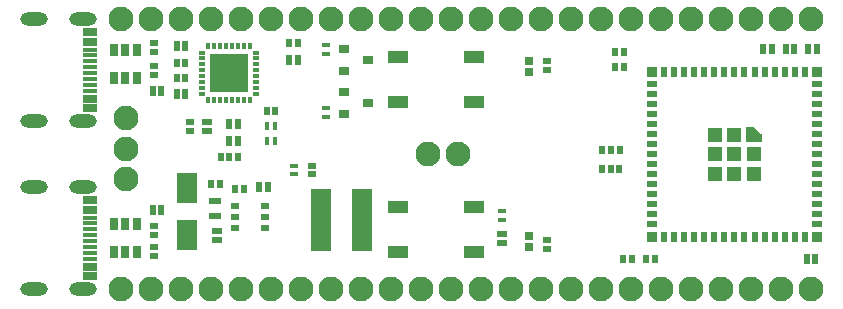
<source format=gts>
G04*
G04 #@! TF.GenerationSoftware,Altium Limited,Altium Designer,24.8.2 (39)*
G04*
G04 Layer_Color=8388736*
%FSLAX25Y25*%
%MOIN*%
G70*
G04*
G04 #@! TF.SameCoordinates,F7F922D7-4A05-4516-83E6-AC950D0B5F56*
G04*
G04*
G04 #@! TF.FilePolarity,Negative*
G04*
G01*
G75*
%ADD39R,0.01975X0.02762*%
%ADD40R,0.01581X0.02172*%
%ADD41R,0.01541X0.02132*%
%ADD42R,0.02132X0.01541*%
%ADD43R,0.02172X0.01581*%
%ADD44R,0.02152X0.01561*%
%ADD45R,0.01561X0.02152*%
%ADD46R,0.12998X0.12998*%
%ADD47R,0.03156X0.02762*%
%ADD48R,0.01975X0.03550*%
%ADD49R,0.01817X0.02762*%
%ADD50R,0.02762X0.01817*%
%ADD51R,0.07093X0.10243*%
%ADD52R,0.02762X0.02368*%
%ADD53R,0.02762X0.01975*%
%ADD54R,0.03550X0.01975*%
%ADD55R,0.07093X0.20872*%
%ADD56R,0.01975X0.03550*%
%ADD57R,0.03550X0.02762*%
%ADD58R,0.05028X0.01673*%
%ADD59R,0.03550X0.03550*%
%ADD60R,0.05124X0.05124*%
%ADD61R,0.05124X0.05124*%
%ADD62R,0.06699X0.04337*%
%ADD63R,0.03156X0.04337*%
%ADD64R,0.05028X0.02823*%
%ADD65R,0.04337X0.02368*%
%ADD66C,0.08274*%
%ADD67O,0.09161X0.04437*%
G36*
X246038Y59055D02*
X246076Y59044D01*
X246111Y59025D01*
X246141Y59000D01*
X248503Y56638D01*
X248528Y56608D01*
X248547Y56573D01*
X248558Y56535D01*
X248562Y56496D01*
Y54134D01*
X248558Y54095D01*
X248547Y54057D01*
X248528Y54022D01*
X248503Y53992D01*
X248473Y53967D01*
X248438Y53948D01*
X248400Y53937D01*
X248361Y53933D01*
X243637D01*
X243598Y53937D01*
X243560Y53948D01*
X243525Y53967D01*
X243495Y53992D01*
X243470Y54022D01*
X243451Y54057D01*
X243440Y54095D01*
X243436Y54134D01*
Y58858D01*
X243440Y58898D01*
X243451Y58935D01*
X243470Y58970D01*
X243495Y59000D01*
X243525Y59025D01*
X243560Y59044D01*
X243598Y59055D01*
X243637Y59059D01*
X245999D01*
X246038Y59055D01*
D02*
G37*
D39*
X53547Y75500D02*
D03*
X56500D02*
D03*
X53547Y80500D02*
D03*
X56500D02*
D03*
X195300Y51300D02*
D03*
X198253D02*
D03*
X201205D02*
D03*
X198253D02*
D03*
X201176Y45200D02*
D03*
X198224D02*
D03*
X195271D02*
D03*
X198224D02*
D03*
X90949Y86945D02*
D03*
X93902D02*
D03*
X74100Y49000D02*
D03*
X71147D02*
D03*
X68195D02*
D03*
X71147D02*
D03*
X76000Y38500D02*
D03*
X67976Y40000D02*
D03*
X83524Y64500D02*
D03*
X205453Y15000D02*
D03*
X212953D02*
D03*
X210000D02*
D03*
X202500D02*
D03*
X202624Y79000D02*
D03*
X202600Y84000D02*
D03*
X73047Y38500D02*
D03*
X199647Y84000D02*
D03*
X199671Y79000D02*
D03*
X65024Y40000D02*
D03*
X86476Y64500D02*
D03*
D40*
X71984Y68024D02*
D03*
X75921D02*
D03*
X73953Y85937D02*
D03*
X70016D02*
D03*
X68047D02*
D03*
X66079D02*
D03*
X68047Y68024D02*
D03*
X70016D02*
D03*
X71984Y85937D02*
D03*
X66079Y68024D02*
D03*
X73953D02*
D03*
X75921Y85937D02*
D03*
D41*
X64110D02*
D03*
X77890D02*
D03*
D42*
X62063Y83890D02*
D03*
X79937D02*
D03*
D43*
X62063Y81921D02*
D03*
Y77984D02*
D03*
Y76016D02*
D03*
X79937Y74047D02*
D03*
Y76016D02*
D03*
Y77984D02*
D03*
Y81921D02*
D03*
X62063Y72079D02*
D03*
Y74047D02*
D03*
X79937Y72079D02*
D03*
Y79953D02*
D03*
X62063D02*
D03*
D44*
X79937Y70110D02*
D03*
X62063D02*
D03*
D45*
X64110Y68024D02*
D03*
X77890D02*
D03*
D46*
X71000Y77000D02*
D03*
D47*
X171000Y19000D02*
D03*
Y22740D02*
D03*
Y77260D02*
D03*
Y81000D02*
D03*
D48*
X266476Y15000D02*
D03*
X263524D02*
D03*
X91037Y81345D02*
D03*
X93990D02*
D03*
X71100Y60000D02*
D03*
X74053D02*
D03*
X71124Y54476D02*
D03*
X74076D02*
D03*
X266953Y85000D02*
D03*
X249024D02*
D03*
X259476D02*
D03*
X53524Y86000D02*
D03*
X48476Y71000D02*
D03*
X53547Y70000D02*
D03*
X81000Y39000D02*
D03*
X48476Y31500D02*
D03*
X56476Y86000D02*
D03*
X45524Y31500D02*
D03*
Y71000D02*
D03*
X264000Y85000D02*
D03*
X256524D02*
D03*
X251976D02*
D03*
X56500Y70000D02*
D03*
X83953Y39000D02*
D03*
D49*
X83547Y54500D02*
D03*
X86500D02*
D03*
X86476Y59500D02*
D03*
X83524D02*
D03*
D50*
X162000Y30976D02*
D03*
Y28024D02*
D03*
X103500Y62524D02*
D03*
Y65476D02*
D03*
Y83524D02*
D03*
Y86476D02*
D03*
X92700Y43247D02*
D03*
Y46200D02*
D03*
D51*
X57000Y38874D02*
D03*
Y23126D02*
D03*
D52*
X82921Y32740D02*
D03*
X73079D02*
D03*
X82921Y25260D02*
D03*
X73079D02*
D03*
X82921Y29000D02*
D03*
X73079D02*
D03*
D53*
X98700Y43247D02*
D03*
X46000Y18976D02*
D03*
Y25976D02*
D03*
Y79476D02*
D03*
Y86976D02*
D03*
X177000Y21476D02*
D03*
Y80976D02*
D03*
X58100Y60776D02*
D03*
X46000Y76524D02*
D03*
Y84024D02*
D03*
X98700Y46200D02*
D03*
X46000Y23024D02*
D03*
Y16024D02*
D03*
X177000Y78024D02*
D03*
Y18524D02*
D03*
X58100Y57824D02*
D03*
D54*
X67000Y21524D02*
D03*
Y24476D02*
D03*
X63600Y60753D02*
D03*
X211944Y26575D02*
D03*
Y36614D02*
D03*
Y29921D02*
D03*
Y33268D02*
D03*
Y39961D02*
D03*
Y43307D02*
D03*
Y53347D02*
D03*
Y56693D02*
D03*
Y60039D02*
D03*
Y63386D02*
D03*
Y66732D02*
D03*
Y70079D02*
D03*
Y73425D02*
D03*
X267062D02*
D03*
Y70079D02*
D03*
Y63386D02*
D03*
Y60039D02*
D03*
Y66732D02*
D03*
Y53347D02*
D03*
Y56693D02*
D03*
Y33268D02*
D03*
Y50000D02*
D03*
Y46654D02*
D03*
Y39961D02*
D03*
Y36614D02*
D03*
Y43307D02*
D03*
Y29921D02*
D03*
Y26575D02*
D03*
X162000Y20524D02*
D03*
X63600Y57800D02*
D03*
X211944Y46654D02*
D03*
Y50000D02*
D03*
X162000Y23476D02*
D03*
D55*
X101710Y28100D02*
D03*
X115490D02*
D03*
D56*
X242849Y22441D02*
D03*
X246196D02*
D03*
X259582D02*
D03*
X249542D02*
D03*
X239503D02*
D03*
X236157D02*
D03*
X232810D02*
D03*
X229464D02*
D03*
X226117D02*
D03*
X222771D02*
D03*
X219424D02*
D03*
X216078D02*
D03*
Y77559D02*
D03*
X219424D02*
D03*
X222771D02*
D03*
X226117D02*
D03*
X229464D02*
D03*
X232810D02*
D03*
X236157D02*
D03*
X239503D02*
D03*
X242849D02*
D03*
X246196D02*
D03*
X249542D02*
D03*
X252889D02*
D03*
X262928D02*
D03*
X259582D02*
D03*
X256235Y22441D02*
D03*
X252889D02*
D03*
X262928D02*
D03*
X256235Y77559D02*
D03*
D57*
X109324Y63272D02*
D03*
Y85228D02*
D03*
Y70728D02*
D03*
Y77772D02*
D03*
X117276Y67012D02*
D03*
Y81512D02*
D03*
D58*
X24764Y15118D02*
D03*
Y26929D02*
D03*
Y71102D02*
D03*
Y82913D02*
D03*
Y22992D02*
D03*
Y19055D02*
D03*
Y21024D02*
D03*
Y24961D02*
D03*
Y78976D02*
D03*
Y75039D02*
D03*
Y77008D02*
D03*
Y80945D02*
D03*
Y73071D02*
D03*
Y84882D02*
D03*
Y17087D02*
D03*
Y28898D02*
D03*
D59*
X267062Y77559D02*
D03*
X211944D02*
D03*
X267062Y22441D02*
D03*
X211944D02*
D03*
D60*
X239503Y56496D02*
D03*
X233007D02*
D03*
X245999Y43504D02*
D03*
X239503Y50000D02*
D03*
X233007D02*
D03*
X239503Y43504D02*
D03*
X233007D02*
D03*
D61*
X245999Y50000D02*
D03*
D62*
X152598Y82480D02*
D03*
X127402D02*
D03*
Y32480D02*
D03*
X152598D02*
D03*
Y17520D02*
D03*
X127402D02*
D03*
X152598Y67520D02*
D03*
X127402D02*
D03*
D63*
X36500Y75276D02*
D03*
Y17276D02*
D03*
X40240Y26724D02*
D03*
X32760D02*
D03*
X40240Y84724D02*
D03*
X32760D02*
D03*
X36500Y26724D02*
D03*
Y84724D02*
D03*
X32760Y17276D02*
D03*
X40240D02*
D03*
X32760Y75276D02*
D03*
X40240D02*
D03*
D64*
X24764Y90591D02*
D03*
Y65394D02*
D03*
Y34606D02*
D03*
Y9409D02*
D03*
Y31457D02*
D03*
Y12559D02*
D03*
Y87441D02*
D03*
Y68543D02*
D03*
D65*
X66500Y34559D02*
D03*
Y29441D02*
D03*
D66*
X36800Y62072D02*
D03*
Y41600D02*
D03*
Y51836D02*
D03*
X205000Y5000D02*
D03*
X215000D02*
D03*
X55000D02*
D03*
X45000D02*
D03*
X235000D02*
D03*
X225000D02*
D03*
X195000D02*
D03*
X185000D02*
D03*
X175000D02*
D03*
X165000D02*
D03*
X155000D02*
D03*
X145000D02*
D03*
X135000D02*
D03*
X125000D02*
D03*
X115000D02*
D03*
X105000D02*
D03*
X95000D02*
D03*
X85000D02*
D03*
X65000Y95000D02*
D03*
X75000D02*
D03*
X85000D02*
D03*
X95000D02*
D03*
X105000D02*
D03*
X115000D02*
D03*
X125000D02*
D03*
X135000D02*
D03*
X145000D02*
D03*
X155000D02*
D03*
X165000D02*
D03*
X175000D02*
D03*
X185000D02*
D03*
X195000D02*
D03*
X205000D02*
D03*
X215000D02*
D03*
X225000D02*
D03*
X235000D02*
D03*
X265000D02*
D03*
X255000Y5000D02*
D03*
X45000Y95000D02*
D03*
X35000Y5000D02*
D03*
X245000Y95000D02*
D03*
X75000Y5000D02*
D03*
X65000D02*
D03*
X245000D02*
D03*
X55000Y95000D02*
D03*
X255000D02*
D03*
X265000Y5000D02*
D03*
X147500Y50000D02*
D03*
X137500D02*
D03*
X35000Y95000D02*
D03*
D67*
X5965D02*
D03*
X22500D02*
D03*
Y60984D02*
D03*
Y39016D02*
D03*
X5965Y60984D02*
D03*
Y39016D02*
D03*
X22500Y5000D02*
D03*
X5965D02*
D03*
M02*

</source>
